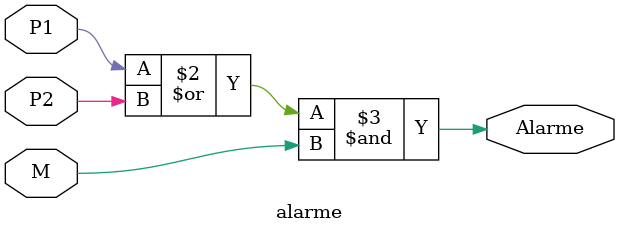
<source format=sv>
module alarme(input logic P1, P2, M,
             output logic Alarme);
  always_comb Alarme <= ((P1 | P2) & M);
endmodule
</source>
